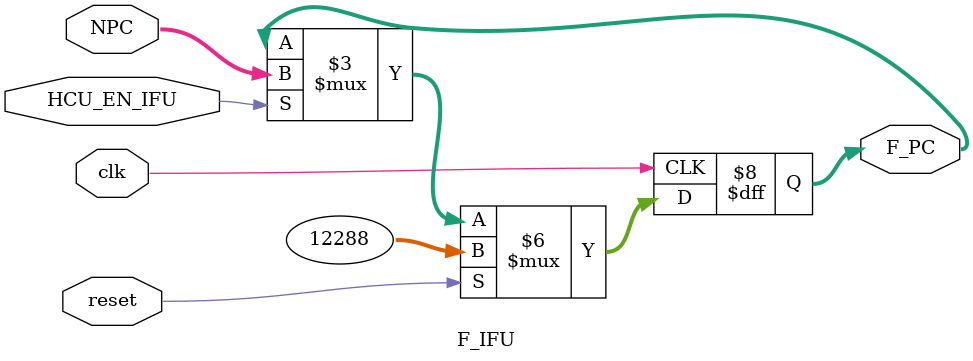
<source format=v>
`timescale 1ns / 1ps


//端口定义----------------------------------------------------------------------------
module F_IFU(
    input clk,
    input reset,
    input HCU_EN_IFU,
    input [31:0] NPC,
    output reg [31:0] F_PC
    );
//-------------------------------------------------------------------------------------    


//初始化PC-----------------------------------------------------------------------------
    initial begin
        F_PC = 32'H0000_3000;
    end
//---------------------------------------------------------------------------------------


//PC-------------------------------------------------------------------------------------
    always @(posedge clk) begin
        if (reset) begin
            F_PC <= 32'H0000_3000;
        end
        else begin
            if (HCU_EN_IFU) begin
                F_PC <= NPC;        
            end
        end
    end
//-----------------------------------------------------------------------------------------

endmodule
</source>
